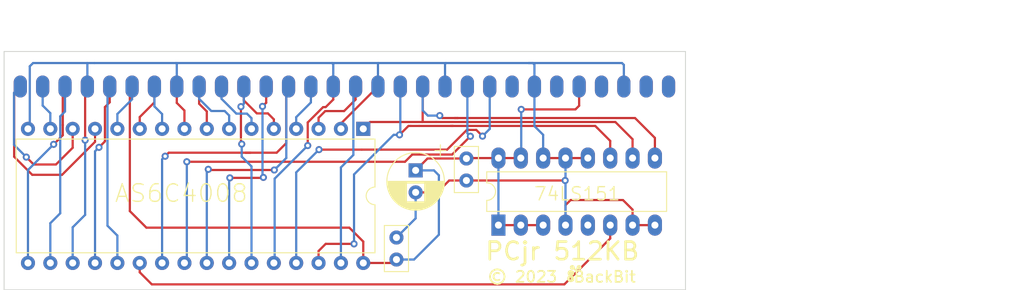
<source format=kicad_pcb>
(kicad_pcb (version 20211014) (generator pcbnew)
  (layers (0 "F.Cu" signal) (31 "B.Cu" signal) (34 "B.Paste" user) (35 "F.Paste" user) (36 "B.SilkS" user "B.Silkscreen") (37 "F.SilkS" user "F.Silkscreen") (38 "B.Mask" user) (39 "F.Mask" user) (44 "Edge.Cuts" user))
  (net 0 "")
  (net 1 "VCC")
  (net 2 "A5")
  (net 3 "A10")
  (net 4 "A4")
  (net 5 "A11")
  (net 6 "A3")
  (net 7 "A12")
  (net 8 "A8")
  (net 9 "A13")
  (net 10 "A14")
  (net 11 "A7")
  (net 12 "A9")
  (net 13 "A15")
  (net 14 "GND")
  (net 15 "D3")
  (net 16 "D1")
  (net 17 "D2")
  (net 18 "D5")
  (net 19 "D0")
  (net 20 "D6")
  (net 21 "D4")
  (net 22 "D7")
  (net 23 "A0")
  (net 24 "A1")
  (net 25 "A6")
  (net 26 "A2")
  (net 27 "WE")
  (net 28 "OE")
  (net 29 "CE")
  (net 30 "A16")
  (net 31 "A17")
  (net 32 "A18")
  (net 33 "A19")
  (footprint "Capacitor_THT:C_Disc_D5.0mm_W2.5mm_P2.50mm" (layer "F.Cu") (at 125.33 126.58 90)
    (fp_text reference "C1" hide)
    (fp_text value "0.1uF")
    (fp_line (start -1.37 -1.37) (end -1.37 1.37) (layer "F.SilkS") (width 0.12))
    (fp_line (start 3.87 -1.37) (end 3.87 1.37) (layer "F.SilkS") (width 0.12))
    (fp_line (start -1.37 1.37) (end 3.87 1.37) (layer "F.SilkS") (width 0.12))
    (fp_line (start -1.37 -1.37) (end 3.87 -1.37) (layer "F.SilkS") (width 0.12))
    (pad "1" thru_hole circle locked (at 0 0 90) (size 1.6 1.6) (drill 0.8) (layers *.Cu *.Mask) (net 1 "VCC"))
    (pad "2" thru_hole circle locked (at 2.5 0 90) (size 1.6 1.6) (drill 0.8) (layers *.Cu *.Mask) (net 14 "GND"))
  )
  (footprint "Capacitor_THT:C_Disc_D5.0mm_W2.5mm_P2.50mm" (layer "F.Cu") (at 133.28 115.1 -90)
    (fp_text reference "C2" hide)
    (fp_text value "0.1uF")
    (fp_line (start -1.37 1.37) (end 3.87 1.37) (layer "F.SilkS") (width 0.12))
    (fp_line (start 3.87 -1.37) (end 3.87 1.37) (layer "F.SilkS") (width 0.12))
    (fp_line (start -1.37 -1.37) (end -1.37 1.37) (layer "F.SilkS") (width 0.12))
    (fp_line (start -1.37 -1.37) (end 3.87 -1.37) (layer "F.SilkS") (width 0.12))
    (pad "1" thru_hole circle locked (at 0 0 270) (size 1.6 1.6) (drill 0.8) (layers *.Cu *.Mask) (net 1 "VCC"))
    (pad "2" thru_hole circle locked (at 2.5 0 270) (size 1.6 1.6) (drill 0.8) (layers *.Cu *.Mask) (net 14 "GND"))
  )
  (footprint "Capacitor_THT:CP_Radial_D6.3mm_P2.50mm" (layer "F.Cu") (at 127.51 116.45 -90)
    (fp_text reference "C3" hide)
    (fp_text value "10uF")
    (fp_line (start 1.93 1.04) (end 1.93 3.159) (layer "F.SilkS") (width 0.12))
    (fp_line (start 3.331 -2.484) (end 3.331 -1.04) (layer "F.SilkS") (width 0.12))
    (fp_line (start 3.651 -2.182) (end 3.651 2.182) (layer "F.SilkS") (width 0.12))
    (fp_line (start 2.171 1.04) (end 2.171 3.098) (layer "F.SilkS") (width 0.12))
    (fp_line (start 2.131 1.04) (end 2.131 3.11) (layer "F.SilkS") (width 0.12))
    (fp_line (start 2.211 -3.086) (end 2.211 -1.04) (layer "F.SilkS") (width 0.12))
    (fp_line (start 4.251 -1.262) (end 4.251 1.262) (layer "F.SilkS") (width 0.12))
    (fp_line (start 3.891 -1.89) (end 3.891 1.89) (layer "F.SilkS") (width 0.12))
    (fp_line (start 2.651 -2.916) (end 2.651 -1.04) (layer "F.SilkS") (width 0.12))
    (fp_line (start 4.091 -1.581) (end 4.091 1.581) (layer "F.SilkS") (width 0.12))
    (fp_line (start 1.69 1.04) (end 1.69 3.201) (layer "F.SilkS") (width 0.12))
    (fp_line (start 1.73 -3.195) (end 1.73 -1.04) (layer "F.SilkS") (width 0.12))
    (fp_line (start -2.91 -2.81) (end -1.54 -2.81) (layer "F.SilkS") (width 0.12))
    (fp_line (start 2.971 1.04) (end 2.971 2.742) (layer "F.SilkS") (width 0.12))
    (fp_line (start 3.331 1.04) (end 3.331 2.484) (layer "F.SilkS") (width 0.12))
    (fp_line (start 2.651 1.04) (end 2.651 2.916) (layer "F.SilkS") (width 0.12))
    (fp_line (start 3.171 -2.607) (end 3.171 -1.04) (layer "F.SilkS") (width 0.12))
    (fp_line (start 2.371 -3.033) (end 2.371 -1.04) (layer "F.SilkS") (width 0.12))
    (fp_line (start 3.371 1.04) (end 3.371 2.45) (layer "F.SilkS") (width 0.12))
    (fp_line (start 1.73 1.04) (end 1.73 3.195) (layer "F.SilkS") (width 0.12))
    (fp_line (start 1.53 -3.218) (end 1.53 -1.04) (layer "F.SilkS") (width 0.12))
    (fp_line (start 3.131 1.04) (end 3.131 2.636) (layer "F.SilkS") (width 0.12))
    (fp_line (start 2.571 1.04) (end 2.571 2.952) (layer "F.SilkS") (width 0.12))
    (fp_line (start 4.331 -1.059) (end 4.331 1.059) (layer "F.SilkS") (width 0.12))
    (fp_line (start 2.171 -3.098) (end 2.171 -1.04) (layer "F.SilkS") (width 0.12))
    (fp_line (start 3.611 -2.224) (end 3.611 2.224) (layer "F.SilkS") (width 0.12))
    (fp_line (start 2.411 1.04) (end 2.411 3.018) (layer "F.SilkS") (width 0.12))
    (fp_line (start 1.77 1.04) (end 1.77 3.189) (layer "F.SilkS") (width 0.12))
    (fp_line (start 2.491 1.04) (end 2.491 2.986) (layer "F.SilkS") (width 0.12))
    (fp_line (start 2.611 -2.934) (end 2.611 -1.04) (layer "F.SilkS") (width 0.12))
    (fp_line (start 2.011 -3.141) (end 2.011 -1.04) (layer "F.SilkS") (width 0.12))
    (fp_line (start 3.211 -2.578) (end 3.211 -1.04) (layer "F.SilkS") (width 0.12))
    (fp_line (start 4.131 -1.509) (end 4.131 1.509) (layer "F.SilkS") (width 0.12))
    (fp_line (start 2.331 1.04) (end 2.331 3.047) (layer "F.SilkS") (width 0.12))
    (fp_line (start -2.25 -3.44) (end -2.25 -2.19) (layer "F.SilkS") (width 0.12))
    (fp_line (start 4.291 -1.165) (end 4.291 1.165) (layer "F.SilkS") (width 0.12))
    (fp_line (start 2.371 1.04) (end 2.371 3.033) (layer "F.SilkS") (width 0.12))
    (fp_line (start 2.251 1.04) (end 2.251 3.074) (layer "F.SilkS") (width 0.12))
    (fp_line (start 1.85 1.04) (end 1.85 3.175) (layer "F.SilkS") (width 0.12))
    (fp_line (start 3.371 -2.45) (end 3.371 -1.04) (layer "F.SilkS") (width 0.12))
    (fp_line (start 3.491 -2.343) (end 3.491 -1.04) (layer "F.SilkS") (width 0.12))
    (fp_line (start 2.491 -2.986) (end 2.491 -1.04) (layer "F.SilkS") (width 0.12))
    (fp_line (start 3.571 -2.265) (end 3.571 2.265) (layer "F.SilkS") (width 0.12))
    (fp_line (start 1.89 -3.167) (end 1.89 -1.04) (layer "F.SilkS") (width 0.12))
    (fp_line (start 3.011 1.04) (end 3.011 2.716) (layer "F.SilkS") (width 0.12))
    (fp_line (start 2.051 1.04) (end 2.051 3.131) (layer "F.SilkS") (width 0.12))
    (fp_line (start 2.851 1.04) (end 2.851 2.812) (layer "F.SilkS") (width 0.12))
    (fp_line (start 4.451 -0.633) (end 4.451 0.633) (layer "F.SilkS") (width 0.12))
    (fp_line (start 3.291 -2.516) (end 3.291 -1.04) (layer "F.SilkS") (width 0.12))
    (fp_line (start 4.171 -1.432) (end 4.171 1.432) (layer "F.SilkS") (width 0.12))
    (fp_line (start 4.411 -0.802) (end 4.411 0.802) (layer "F.SilkS") (width 0.12))
    (fp_line (start 2.531 1.04) (end 2.531 2.97) (layer "F.SilkS") (width 0.12))
    (fp_line (start 2.211 1.04) (end 2.211 3.086) (layer "F.SilkS") (width 0.12))
    (fp_line (start 2.331 -3.047) (end 2.331 -1.04) (layer "F.SilkS") (width 0.12))
    (fp_line (start 2.691 1.04) (end 2.691 2.896) (layer "F.SilkS") (width 0.12))
    (fp_line (start 3.691 -2.137) (end 3.691 2.137) (layer "F.SilkS") (width 0.12))
    (fp_line (start 1.971 -3.15) (end 1.971 -1.04) (layer "F.SilkS") (width 0.12))
    (fp_line (start 4.051 -1.65) (end 4.051 1.65) (layer "F.SilkS") (width 0.12))
    (fp_line (start 2.091 1.04) (end 2.091 3.121) (layer "F.SilkS") (width 0.12))
    (fp_line (start 2.251 -3.074) (end 2.251 -1.04) (layer "F.SilkS") (width 0.12))
    (fp_line (start 2.891 1.04) (end 2.891 2.79) (layer "F.SilkS") (width 0.12))
    (fp_line (start 4.371 -0.94) (end 4.371 0.94) (layer "F.SilkS") (width 0.12))
    (fp_line (start 2.451 1.04) (end 2.451 3.002) (layer "F.SilkS") (width 0.12))
    (fp_line (start 2.091 -3.121) (end 2.091 -1.04) (layer "F.SilkS") (width 0.12))
    (fp_line (start 2.051 -3.131) (end 2.051 -1.04) (layer "F.SilkS") (width 0.12))
    (fp_line (start 2.611 1.04) (end 2.611 2.934) (layer "F.SilkS") (width 0.12))
    (fp_line (start 3.531 -2.305) (end 3.531 -1.04) (layer "F.SilkS") (width 0.12))
    (fp_line (start 1.93 -3.159) (end 1.93 -1.04) (layer "F.SilkS") (width 0.12))
    (fp_line (start 1.41 -3.227) (end 1.41 3.227) (layer "F.SilkS") (width 0.12))
    (fp_line (start 1.81 1.04) (end 1.81 3.182) (layer "F.SilkS") (width 0.12))
    (fp_line (start 2.771 -2.856) (end 2.771 -1.04) (layer "F.SilkS") (width 0.12))
    (fp_line (start 4.491 -0.402) (end 4.491 0.402) (layer "F.SilkS") (width 0.12))
    (fp_line (start 1.49 -3.222) (end 1.49 -1.04) (layer "F.SilkS") (width 0.12))
    (fp_line (start 2.291 -3.061) (end 2.291 -1.04) (layer "F.SilkS") (width 0.12))
    (fp_line (start 3.171 1.04) (end 3.171 2.607) (layer "F.SilkS") (width 0.12))
    (fp_line (start 1.85 -3.175) (end 1.85 -1.04) (layer "F.SilkS") (width 0.12))
    (fp_line (start 1.69 -3.201) (end 1.69 -1.04) (layer "F.SilkS") (width 0.12))
    (fp_line (start 3.411 -2.416) (end 3.411 -1.04) (layer "F.SilkS") (width 0.12))
    (fp_line (start 2.971 -2.742) (end 2.971 -1.04) (layer "F.SilkS") (width 0.12))
    (fp_line (start 1.77 -3.189) (end 1.77 -1.04) (layer "F.SilkS") (width 0.12))
    (fp_line (start 3.451 1.04) (end 3.451 2.38) (layer "F.SilkS") (width 0.12))
    (fp_line (start 3.411 1.04) (end 3.411 2.416) (layer "F.SilkS") (width 0.12))
    (fp_line (start 1.65 -3.206) (end 1.65 -1.04) (layer "F.SilkS") (width 0.12))
    (fp_line (start 3.131 -2.636) (end 3.131 -1.04) (layer "F.SilkS") (width 0.12))
    (fp_line (start 1.25 -3.23) (end 1.25 3.23) (layer "F.SilkS") (width 0.12))
    (fp_line (start 3.091 -2.664) (end 3.091 -1.04) (layer "F.SilkS") (width 0.12))
    (fp_line (start 2.411 -3.018) (end 2.411 -1.04) (layer "F.SilkS") (width 0.12))
    (fp_line (start 1.57 1.04) (end 1.57 3.215) (layer "F.SilkS") (width 0.12))
    (fp_line (start 3.251 1.04) (end 3.251 2.548) (layer "F.SilkS") (width 0.12))
    (fp_line (start 1.29 -3.23) (end 1.29 3.23) (layer "F.SilkS") (width 0.12))
    (fp_line (start 3.811 -1.995) (end 3.811 1.995) (layer "F.SilkS") (width 0.12))
    (fp_line (start 3.731 -2.092) (end 3.731 2.092) (layer "F.SilkS") (width 0.12))
    (fp_line (start 3.051 -2.69) (end 3.051 -1.04) (layer "F.SilkS") (width 0.12))
    (fp_line (start 3.291 1.04) (end 3.291 2.516) (layer "F.SilkS") (width 0.12))
    (fp_line (start 3.211 1.04) (end 3.211 2.578) (layer "F.SilkS") (width 0.12))
    (fp_line (start 2.771 1.04) (end 2.771 2.856) (layer "F.SilkS") (width 0.12))
    (fp_line (start 3.971 -1.776) (end 3.971 1.776) (layer "F.SilkS") (width 0.12))
    (fp_line (start 2.531 -2.97) (end 2.531 -1.04) (layer "F.SilkS") (width 0.12))
    (fp_line (start 3.051 1.04) (end 3.051 2.69) (layer "F.SilkS") (width 0.12))
    (fp_line (start 1.65 1.04) (end 1.65 3.206) (layer "F.SilkS") (width 0.12))
    (fp_line (start 4.211 -1.35) (end 4.211 1.35) (layer "F.SilkS") (width 0.12))
    (fp_line (start 3.251 -2.548) (end 3.251 -1.04) (layer "F.SilkS") (width 0.12))
    (fp_line (start 2.571 -2.952) (end 2.571 -1.04) (layer "F.SilkS") (width 0.12))
    (fp_line (start 1.81 -3.182) (end 1.81 -1.04) (layer "F.SilkS") (width 0.12))
    (fp_line (start 2.931 1.04) (end 2.931 2.766) (layer "F.SilkS") (width 0.12))
    (fp_line (start 1.53 1.04) (end 1.53 3.218) (layer "F.SilkS") (width 0.12))
    (fp_line (start 3.011 -2.716) (end 3.011 -1.04) (layer "F.SilkS") (width 0.12))
    (fp_line (start 1.37 -3.228) (end 1.37 3.228) (layer "F.SilkS") (width 0.12))
    (fp_line (start 2.811 1.04) (end 2.811 2.834) (layer "F.SilkS") (width 0.12))
    (fp_line (start 3.771 -2.044) (end 3.771 2.044) (layer "F.SilkS") (width 0.12))
    (fp_line (start 2.931 -2.766) (end 2.931 -1.04) (layer "F.SilkS") (width 0.12))
    (fp_line (start 3.451 -2.38) (end 3.451 -1.04) (layer "F.SilkS") (width 0.12))
    (fp_line (start 2.731 -2.876) (end 2.731 -1.04) (layer "F.SilkS") (width 0.12))
    (fp_line (start 1.45 -3.224) (end 1.45 3.224) (layer "F.SilkS") (width 0.12))
    (fp_line (start 1.33 -3.23) (end 1.33 3.23) (layer "F.SilkS") (width 0.12))
    (fp_line (start 1.971 1.04) (end 1.971 3.15) (layer "F.SilkS") (width 0.12))
    (fp_line (start 3.851 -1.944) (end 3.851 1.944) (layer "F.SilkS") (width 0.12))
    (fp_line (start 3.091 1.04) (end 3.091 2.664) (layer "F.SilkS") (width 0.12))
    (fp_line (start 1.61 1.04) (end 1.61 3.211) (layer "F.SilkS") (width 0.12))
    (fp_line (start 1.57 -3.215) (end 1.57 -1.04) (layer "F.SilkS") (width 0.12))
    (fp_line (start 2.811 -2.834) (end 2.811 -1.04) (layer "F.SilkS") (width 0.12))
    (fp_line (start 1.89 1.04) (end 1.89 3.167) (layer "F.SilkS") (width 0.12))
    (fp_line (start 2.011 1.04) (end 2.011 3.141) (layer "F.SilkS") (width 0.12))
    (fp_line (start 2.291 1.04) (end 2.291 3.061) (layer "F.SilkS") (width 0.12))
    (fp_line (start 2.731 1.04) (end 2.731 2.876) (layer "F.SilkS") (width 0.12))
    (fp_line (start 3.531 1.04) (end 3.531 2.305) (layer "F.SilkS") (width 0.12))
    (fp_line (start 2.891 -2.79) (end 2.891 -1.04) (layer "F.SilkS") (width 0.12))
    (fp_line (start 4.011 -1.714) (end 4.011 1.714) (layer "F.SilkS") (width 0.12))
    (fp_line (start 3.491 1.04) (end 3.491 2.343) (layer "F.SilkS") (width 0.12))
    (fp_line (start 2.131 -3.11) (end 2.131 -1.04) (layer "F.SilkS") (width 0.12))
    (fp_line (start 2.691 -2.896) (end 2.691 -1.04) (layer "F.SilkS") (width 0.12))
    (fp_line (start 2.851 -2.812) (end 2.851 -1.04) (layer "F.SilkS") (width 0.12))
    (fp_line (start 3.931 -1.834) (end 3.931 1.834) (layer "F.SilkS") (width 0.12))
    (fp_line (start 1.61 -3.211) (end 1.61 -1.04) (layer "F.SilkS") (width 0.12))
    (fp_line (start 2.451 -3.002) (end 2.451 -1.04) (layer "F.SilkS") (width 0.12))
    (fp_line (start 1.49 1.04) (end 1.49 3.222) (layer "F.SilkS") (width 0.12))
    (fp_circle (center 1.25 0) (end 4.52 0) (layer "F.SilkS") (width 0.12) (fill none))
    (pad "1" thru_hole rect locked (at 0 0 270) (size 1.6 1.6) (drill 0.8) (layers *.Cu *.Mask) (net 1 "VCC"))
    (pad "2" thru_hole circle locked (at 2.5 0 270) (size 1.6 1.6) (drill 0.8) (layers *.Cu *.Mask) (net 14 "GND"))
  )
  (footprint "Package_DIP:DIP-32_W15.24mm" (layer "F.Cu") (at 121.56 111.73 -90)
    (fp_text reference "U1" hide)
    (fp_text value "AS6C4008-55PCN")
    (fp_line (start 14.08 -1.33) (end 8.62 -1.33) (layer "F.SilkS") (width 0.12))
    (fp_line (start 14.08 39.43) (end 14.08 -1.33) (layer "F.SilkS") (width 0.12))
    (fp_line (start 1.16 -1.33) (end 1.16 39.43) (layer "F.SilkS") (width 0.12))
    (fp_line (start 6.62 -1.33) (end 1.16 -1.33) (layer "F.SilkS") (width 0.12))
    (fp_line (start 1.16 39.43) (end 14.08 39.43) (layer "F.SilkS") (width 0.12))
    (fp_arc (start 8.62 -1.33) (mid 7.62 -0.33) (end 6.62 -1.33) (layer "F.SilkS") (width 0.12))
    (pad "1" thru_hole rect locked (at 0 0 270) (size 1.6 1.6) (drill 0.8) (layers *.Cu *.Mask) (net 32 "A18"))
    (pad "2" thru_hole oval locked (at 0 2.54 270) (size 1.6 1.6) (drill 0.8) (layers *.Cu *.Mask) (net 30 "A16"))
    (pad "3" thru_hole oval locked (at 0 5.08 270) (size 1.6 1.6) (drill 0.8) (layers *.Cu *.Mask) (net 10 "A14"))
    (pad "4" thru_hole oval locked (at 0 7.62 270) (size 1.6 1.6) (drill 0.8) (layers *.Cu *.Mask) (net 7 "A12"))
    (pad "5" thru_hole oval locked (at 0 10.16 270) (size 1.6 1.6) (drill 0.8) (layers *.Cu *.Mask) (net 11 "A7"))
    (pad "6" thru_hole oval locked (at 0 12.7 270) (size 1.6 1.6) (drill 0.8) (layers *.Cu *.Mask) (net 25 "A6"))
    (pad "7" thru_hole oval locked (at 0 15.24 270) (size 1.6 1.6) (drill 0.8) (layers *.Cu *.Mask) (net 2 "A5"))
    (pad "8" thru_hole oval locked (at 0 17.78 270) (size 1.6 1.6) (drill 0.8) (layers *.Cu *.Mask) (net 4 "A4"))
    (pad "9" thru_hole oval locked (at 0 20.32 270) (size 1.6 1.6) (drill 0.8) (layers *.Cu *.Mask) (net 6 "A3"))
    (pad "10" thru_hole oval locked (at 0 22.86 270) (size 1.6 1.6) (drill 0.8) (layers *.Cu *.Mask) (net 26 "A2"))
    (pad "11" thru_hole oval locked (at 0 25.4 270) (size 1.6 1.6) (drill 0.8) (layers *.Cu *.Mask) (net 24 "A1"))
    (pad "12" thru_hole oval locked (at 0 27.94 270) (size 1.6 1.6) (drill 0.8) (layers *.Cu *.Mask) (net 23 "A0"))
    (pad "13" thru_hole oval locked (at 0 30.48 270) (size 1.6 1.6) (drill 0.8) (layers *.Cu *.Mask) (net 19 "D0"))
    (pad "14" thru_hole oval locked (at 0 33.02 270) (size 1.6 1.6) (drill 0.8) (layers *.Cu *.Mask) (net 16 "D1"))
    (pad "15" thru_hole oval locked (at 0 35.56 270) (size 1.6 1.6) (drill 0.8) (layers *.Cu *.Mask) (net 17 "D2"))
    (pad "16" thru_hole oval locked (at 0 38.1 270) (size 1.6 1.6) (drill 0.8) (layers *.Cu *.Mask) (net 14 "GND"))
    (pad "17" thru_hole oval locked (at 15.24 38.1 270) (size 1.6 1.6) (drill 0.8) (layers *.Cu *.Mask) (net 15 "D3"))
    (pad "18" thru_hole oval locked (at 15.24 35.56 270) (size 1.6 1.6) (drill 0.8) (layers *.Cu *.Mask) (net 21 "D4"))
    (pad "19" thru_hole oval locked (at 15.24 33.02 270) (size 1.6 1.6) (drill 0.8) (layers *.Cu *.Mask) (net 18 "D5"))
    (pad "20" thru_hole oval locked (at 15.24 30.48 270) (size 1.6 1.6) (drill 0.8) (layers *.Cu *.Mask) (net 20 "D6"))
    (pad "21" thru_hole oval locked (at 15.24 27.94 270) (size 1.6 1.6) (drill 0.8) (layers *.Cu *.Mask) (net 22 "D7"))
    (pad "22" thru_hole oval locked (at 15.24 25.4 270) (size 1.6 1.6) (drill 0.8) (layers *.Cu *.Mask) (net 29 "CE"))
    (pad "23" thru_hole oval locked (at 15.24 22.86 270) (size 1.6 1.6) (drill 0.8) (layers *.Cu *.Mask) (net 3 "A10"))
    (pad "24" thru_hole oval locked (at 15.24 20.32 270) (size 1.6 1.6) (drill 0.8) (layers *.Cu *.Mask) (net 28 "OE"))
    (pad "25" thru_hole oval locked (at 15.24 17.78 270) (size 1.6 1.6) (drill 0.8) (layers *.Cu *.Mask) (net 5 "A11"))
    (pad "26" thru_hole oval locked (at 15.24 15.24 270) (size 1.6 1.6) (drill 0.8) (layers *.Cu *.Mask) (net 12 "A9"))
    (pad "27" thru_hole oval locked (at 15.24 12.7 270) (size 1.6 1.6) (drill 0.8) (layers *.Cu *.Mask) (net 8 "A8"))
    (pad "28" thru_hole oval locked (at 15.24 10.16 270) (size 1.6 1.6) (drill 0.8) (layers *.Cu *.Mask) (net 9 "A13"))
    (pad "29" thru_hole oval locked (at 15.24 7.62 270) (size 1.6 1.6) (drill 0.8) (layers *.Cu *.Mask) (net 27 "WE"))
    (pad "30" thru_hole oval locked (at 15.24 5.08 270) (size 1.6 1.6) (drill 0.8) (layers *.Cu *.Mask) (net 31 "A17"))
    (pad "31" thru_hole oval locked (at 15.24 2.54 270) (size 1.6 1.6) (drill 0.8) (layers *.Cu *.Mask) (net 13 "A15"))
    (pad "32" thru_hole oval locked (at 15.24 0 270) (size 1.6 1.6) (drill 0.8) (layers *.Cu *.Mask) (net 1 "VCC"))
  )
  (footprint "Package_DIP:DIP-16_W7.62mm_LongPads" (layer "F.Cu") (at 136.92 122.67 90)
    (fp_text reference "U2" hide)
    (fp_text value "74LS151")
    (fp_line (start 2.81 -1.33) (end 1.56 -1.33) (layer "F.SilkS") (width 0.12))
    (fp_line (start 6.06 -1.33) (end 4.81 -1.33) (layer "F.SilkS") (width 0.12))
    (fp_line (start 1.56 19.11) (end 6.06 19.11) (layer "F.SilkS") (width 0.12))
    (fp_line (start 6.06 19.11) (end 6.06 -1.33) (layer "F.SilkS") (width 0.12))
    (fp_line (start 1.56 -1.33) (end 1.56 19.11) (layer "F.SilkS") (width 0.12))
    (fp_arc (start 4.81 -1.33) (mid 3.81 -0.33) (end 2.81 -1.33) (layer "F.SilkS") (width 0.12))
    (pad "1" thru_hole rect locked (at 0 0 90) (size 2.4 1.6) (drill 0.8) (layers *.Cu *.Mask) (net 1 "VCC"))
    (pad "2" thru_hole oval locked (at 0 2.54 90) (size 2.4 1.6) (drill 0.8) (layers *.Cu *.Mask) (net 1 "VCC"))
    (pad "3" thru_hole oval locked (at 0 5.08 90) (size 2.4 1.6) (drill 0.8) (layers *.Cu *.Mask) (net 1 "VCC"))
    (pad "4" thru_hole oval locked (at 0 7.62 90) (size 2.4 1.6) (drill 0.8) (layers *.Cu *.Mask) (net 14 "GND"))
    (pad "5" thru_hole oval locked (at 0 10.16 90) (size 2.4 1.6) (drill 0.8) (layers *.Cu *.Mask))
    (pad "6" thru_hole oval locked (at 0 12.7 90) (size 2.4 1.6) (drill 0.8) (layers *.Cu *.Mask) (net 29 "CE"))
    (pad "7" thru_hole oval locked (at 0 15.24 90) (size 2.4 1.6) (drill 0.8) (layers *.Cu *.Mask) (net 14 "GND"))
    (pad "8" thru_hole oval locked (at 0 17.78 90) (size 2.4 1.6) (drill 0.8) (layers *.Cu *.Mask) (net 14 "GND"))
    (pad "9" thru_hole oval locked (at 7.62 17.78 90) (size 2.4 1.6) (drill 0.8) (layers *.Cu *.Mask) (net 33 "A19"))
    (pad "10" thru_hole oval locked (at 7.62 15.24 90) (size 2.4 1.6) (drill 0.8) (layers *.Cu *.Mask) (net 32 "A18"))
    (pad "11" thru_hole oval locked (at 7.62 12.7 90) (size 2.4 1.6) (drill 0.8) (layers *.Cu *.Mask) (net 31 "A17"))
    (pad "12" thru_hole oval locked (at 7.62 10.16 90) (size 2.4 1.6) (drill 0.8) (layers *.Cu *.Mask) (net 14 "GND"))
    (pad "13" thru_hole oval locked (at 7.62 7.62 90) (size 2.4 1.6) (drill 0.8) (layers *.Cu *.Mask) (net 14 "GND"))
    (pad "14" thru_hole oval locked (at 7.62 5.08 90) (size 2.4 1.6) (drill 0.8) (layers *.Cu *.Mask) (net 14 "GND"))
    (pad "15" thru_hole oval locked (at 7.62 2.54 90) (size 2.4 1.6) (drill 0.8) (layers *.Cu *.Mask) (net 1 "VCC"))
    (pad "16" thru_hole oval locked (at 7.62 0 90) (size 2.4 1.6) (drill 0.8) (layers *.Cu *.Mask) (net 1 "VCC"))
  )
  (footprint "Symbols:edge_pins_60" (layer "F.Cu") (at 119.37 106.92 -90)
    (fp_text reference "J1" hide)
    (fp_text value "Conn_02x30_Row_Letter_First")
    (pad "1" smd roundrect locked (at 0 36.78 90) (size 2.5 1.5) (layers "F.Cu" "F.Paste" "F.Mask") (roundrect_rratio 0.5) (net 19 "D0"))
    (pad "2" smd roundrect locked (at 0 36.78 90) (size 2.5 1.5) (layers "B.Cu" "B.Paste" "B.Mask") (roundrect_rratio 0.5) (net 16 "D1"))
    (pad "3" smd roundrect locked (at 0 34.24 90) (size 2.5 1.5) (layers "F.Cu" "F.Paste" "F.Mask") (roundrect_rratio 0.5))
    (pad "4" smd roundrect locked (at 0 34.24 90) (size 2.5 1.5) (layers "B.Cu" "B.Paste" "B.Mask") (roundrect_rratio 0.5) (net 17 "D2"))
    (pad "5" smd roundrect locked (at 0 31.7 90) (size 2.5 1.5) (layers "F.Cu" "F.Paste" "F.Mask") (roundrect_rratio 0.5) (net 15 "D3"))
    (pad "6" smd roundrect locked (at 0 31.7 90) (size 2.5 1.5) (layers "B.Cu" "B.Paste" "B.Mask") (roundrect_rratio 0.5) (net 21 "D4"))
    (pad "7" smd roundrect locked (at 0 29.16 90) (size 2.5 1.5) (layers "F.Cu" "F.Paste" "F.Mask") (roundrect_rratio 0.5) (net 18 "D5"))
    (pad "8" smd roundrect locked (at 0 29.16 90) (size 2.5 1.5) (layers "B.Cu" "B.Paste" "B.Mask") (roundrect_rratio 0.5) (net 14 "GND"))
    (pad "9" smd roundrect locked (at 0 26.62 90) (size 2.5 1.5) (layers "F.Cu" "F.Paste" "F.Mask") (roundrect_rratio 0.5) (net 20 "D6"))
    (pad "10" smd roundrect locked (at 0 26.62 90) (size 2.5 1.5) (layers "B.Cu" "B.Paste" "B.Mask") (roundrect_rratio 0.5) (net 22 "D7"))
    (pad "11" smd roundrect locked (at 0 24.08 90) (size 2.5 1.5) (layers "F.Cu" "F.Paste" "F.Mask") (roundrect_rratio 0.5) (net 1 "VCC"))
    (pad "12" smd roundrect locked (at 0 24.08 90) (size 2.5 1.5) (layers "B.Cu" "B.Paste" "B.Mask") (roundrect_rratio 0.5) (net 23 "A0"))
    (pad "13" smd roundrect locked (at 0 21.54 90) (size 2.5 1.5) (layers "F.Cu" "F.Paste" "F.Mask") (roundrect_rratio 0.5) (net 24 "A1"))
    (pad "14" smd roundrect locked (at 0 21.54 90) (size 2.5 1.5) (layers "B.Cu" "B.Paste" "B.Mask") (roundrect_rratio 0.5) (net 26 "A2"))
    (pad "15" smd roundrect locked (at 0 19 90) (size 2.5 1.5) (layers "F.Cu" "F.Paste" "F.Mask") (roundrect_rratio 0.5) (net 6 "A3"))
    (pad "16" smd roundrect locked (at 0 19 90) (size 2.5 1.5) (layers "B.Cu" "B.Paste" "B.Mask") (roundrect_rratio 0.5) (net 14 "GND"))
    (pad "17" smd roundrect locked (at 0 16.46 90) (size 2.5 1.5) (layers "F.Cu" "F.Paste" "F.Mask") (roundrect_rratio 0.5) (net 4 "A4"))
    (pad "18" smd roundrect locked (at 0 16.46 90) (size 2.5 1.5) (layers "B.Cu" "B.Paste" "B.Mask") (roundrect_rratio 0.5) (net 2 "A5"))
    (pad "19" smd roundrect locked (at 0 13.92 90) (size 2.5 1.5) (layers "F.Cu" "F.Paste" "F.Mask") (roundrect_rratio 0.5))
    (pad "20" smd roundrect locked (at 0 13.92 90) (size 2.5 1.5) (layers "B.Cu" "B.Paste" "B.Mask") (roundrect_rratio 0.5) (net 25 "A6"))
    (pad "21" smd roundrect locked (at 0 11.38 90) (size 2.5 1.5) (layers "F.Cu" "F.Paste" "F.Mask") (roundrect_rratio 0.5) (net 11 "A7"))
    (pad "22" smd roundrect locked (at 0 11.38 90) (size 2.5 1.5) (layers "B.Cu" "B.Paste" "B.Mask") (roundrect_rratio 0.5) (net 8 "A8"))
    (pad "23" smd roundrect locked (at 0 8.84 90) (size 2.5 1.5) (layers "F.Cu" "F.Paste" "F.Mask") (roundrect_rratio 0.5) (net 12 "A9"))
    (pad "24" smd roundrect locked (at 0 8.84 90) (size 2.5 1.5) (layers "B.Cu" "B.Paste" "B.Mask") (roundrect_rratio 0.5))
    (pad "25" smd roundrect locked (at 0 6.3 90) (size 2.5 1.5) (layers "F.Cu" "F.Paste" "F.Mask") (roundrect_rratio 0.5) (net 3 "A10"))
    (pad "26" smd roundrect locked (at 0 6.3 90) (size 2.5 1.5) (layers "B.Cu" "B.Paste" "B.Mask") (roundrect_rratio 0.5) (net 5 "A11"))
    (pad "27" smd roundrect locked (at 0 3.76 90) (size 2.5 1.5) (layers "F.Cu" "F.Paste" "F.Mask") (roundrect_rratio 0.5))
    (pad "28" smd roundrect locked (at 0 3.76 90) (size 2.5 1.5) (layers "B.Cu" "B.Paste" "B.Mask") (roundrect_rratio 0.5) (net 7 "A12"))
    (pad "29" smd roundrect locked (at 0 1.22 90) (size 2.5 1.5) (layers "F.Cu" "F.Paste" "F.Mask") (roundrect_rratio 0.5) (net 9 "A13"))
    (pad "30" smd roundrect locked (at 0 1.22 90) (size 2.5 1.5) (layers "B.Cu" "B.Paste" "B.Mask") (roundrect_rratio 0.5) (net 14 "GND"))
    (pad "31" smd roundrect locked (at 0 -1.32 90) (size 2.5 1.5) (layers "F.Cu" "F.Paste" "F.Mask") (roundrect_rratio 0.5) (net 10 "A14"))
    (pad "32" smd roundrect locked (at 0 -1.32 90) (size 2.5 1.5) (layers "B.Cu" "B.Paste" "B.Mask") (roundrect_rratio 0.5) (net 13 "A15"))
    (pad "33" smd roundrect locked (at 0 -3.86 90) (size 2.5 1.5) (layers "F.Cu" "F.Paste" "F.Mask") (roundrect_rratio 0.5) (net 30 "A16"))
    (pad "34" smd roundrect locked (at 0 -3.86 90) (size 2.5 1.5) (layers "B.Cu" "B.Paste" "B.Mask") (roundrect_rratio 0.5) (net 14 "GND"))
    (pad "35" smd roundrect locked (at 0 -6.4 90) (size 2.5 1.5) (layers "F.Cu" "F.Paste" "F.Mask") (roundrect_rratio 0.5))
    (pad "36" smd roundrect locked (at 0 -6.4 90) (size 2.5 1.5) (layers "B.Cu" "B.Paste" "B.Mask") (roundrect_rratio 0.5) (net 31 "A17"))
    (pad "37" smd roundrect locked (at 0 -8.94 90) (size 2.5 1.5) (layers "F.Cu" "F.Paste" "F.Mask") (roundrect_rratio 0.5) (net 32 "A18"))
    (pad "38" smd roundrect locked (at 0 -8.94 90) (size 2.5 1.5) (layers "B.Cu" "B.Paste" "B.Mask") (roundrect_rratio 0.5) (net 33 "A19"))
    (pad "39" smd roundrect locked (at 0 -11.48 90) (size 2.5 1.5) (layers "F.Cu" "F.Paste" "F.Mask") (roundrect_rratio 0.5))
    (pad "40" smd roundrect locked (at 0 -11.48 90) (size 2.5 1.5) (layers "B.Cu" "B.Paste" "B.Mask") (roundrect_rratio 0.5) (net 14 "GND"))
    (pad "41" smd roundrect locked (at 0 -14.02 90) (size 2.5 1.5) (layers "F.Cu" "F.Paste" "F.Mask") (roundrect_rratio 0.5))
    (pad "42" smd roundrect locked (at 0 -14.02 90) (size 2.5 1.5) (layers "B.Cu" "B.Paste" "B.Mask") (roundrect_rratio 0.5) (net 28 "OE"))
    (pad "43" smd roundrect locked (at 0 -16.56 90) (size 2.5 1.5) (layers "F.Cu" "F.Paste" "F.Mask") (roundrect_rratio 0.5))
    (pad "44" smd roundrect locked (at 0 -16.56 90) (size 2.5 1.5) (layers "B.Cu" "B.Paste" "B.Mask") (roundrect_rratio 0.5) (net 27 "WE"))
    (pad "45" smd roundrect locked (at 0 -19.1 90) (size 2.5 1.5) (layers "F.Cu" "F.Paste" "F.Mask") (roundrect_rratio 0.5))
    (pad "46" smd roundrect locked (at 0 -19.1 90) (size 2.5 1.5) (layers "B.Cu" "B.Paste" "B.Mask") (roundrect_rratio 0.5))
    (pad "47" smd roundrect locked (at 0 -21.64 90) (size 2.5 1.5) (layers "F.Cu" "F.Paste" "F.Mask") (roundrect_rratio 0.5))
    (pad "48" smd roundrect locked (at 0 -21.64 90) (size 2.5 1.5) (layers "B.Cu" "B.Paste" "B.Mask") (roundrect_rratio 0.5) (net 14 "GND"))
    (pad "49" smd roundrect locked (at 0 -24.18 90) (size 2.5 1.5) (layers "F.Cu" "F.Paste" "F.Mask") (roundrect_rratio 0.5))
    (pad "50" smd roundrect locked (at 0 -24.18 90) (size 2.5 1.5) (layers "B.Cu" "B.Paste" "B.Mask") (roundrect_rratio 0.5))
    (pad "51" smd roundrect locked (at 0 -26.72 90) (size 2.5 1.5) (layers "F.Cu" "F.Paste" "F.Mask") (roundrect_rratio 0.5) (net 1 "VCC"))
    (pad "52" smd roundrect locked (at 0 -26.72 90) (size 2.5 1.5) (layers "B.Cu" "B.Paste" "B.Mask") (roundrect_rratio 0.5))
    (pad "53" smd roundrect locked (at 0 -29.26 90) (size 2.5 1.5) (layers "F.Cu" "F.Paste" "F.Mask") (roundrect_rratio 0.5))
    (pad "54" smd roundrect locked (at 0 -29.26 90) (size 2.5 1.5) (layers "B.Cu" "B.Paste" "B.Mask") (roundrect_rratio 0.5))
    (pad "55" smd roundrect locked (at 0 -31.8 90) (size 2.5 1.5) (layers "F.Cu" "F.Paste" "F.Mask") (roundrect_rratio 0.5))
    (pad "56" smd roundrect locked (at 0 -31.8 90) (size 2.5 1.5) (layers "B.Cu" "B.Paste" "B.Mask") (roundrect_rratio 0.5) (net 14 "GND"))
    (pad "57" smd roundrect locked (at 0 -34.34 90) (size 2.5 1.5) (layers "F.Cu" "F.Paste" "F.Mask") (roundrect_rratio 0.5))
    (pad "58" smd roundrect locked (at 0 -34.34 90) (size 2.5 1.5) (layers "B.Cu" "B.Paste" "B.Mask") (roundrect_rratio 0.5))
    (pad "59" smd roundrect locked (at 0 -36.88 90) (size 2.5 1.5) (layers "F.Cu" "F.Paste" "F.Mask") (roundrect_rratio 0.5))
    (pad "60" smd roundrect locked (at 0 -36.88 90) (size 2.5 1.5) (layers "B.Cu" "B.Paste" "B.Mask") (roundrect_rratio 0.5))
  )
  (gr_circle (center 145.131 128.126) (end 145.081 128.126) (layer "F.SilkS") (width 0.3) (fill none))
  (gr_circle (center 146.081 127.476) (end 146.006 127.476) (layer "F.SilkS") (width 0.2) (fill none))
  (gr_circle (center 145.306 127.476) (end 145.231 127.476) (layer "F.SilkS") (width 0.2) (fill none))
  (gr_arc (start 145.781 127.751) (mid 145.865159 127.583491) (end 146.038286 127.511592) (layer "F.SilkS") (width 0.15))
  (gr_poly (pts (xy 145.531 128.501) (xy 145.531 129.001) (xy 145.131 129.001) (xy 145.131 128.501)) (layer "F.SilkS") (width 0) (fill solid))
  (gr_poly (pts (xy 145.521 127.926) (xy 145.521 128.326) (xy 145.106 128.326) (xy 145.106 127.926)) (layer "F.SilkS") (width 0) (fill solid))
  (gr_arc (start 145.356228 127.504618) (mid 145.536224 127.571941) (end 145.606 127.751) (layer "F.SilkS") (width 0.15))
  (gr_circle (center 145.131 128.751) (end 145.031 128.776) (layer "F.SilkS") (width 0.3) (fill none))
  (gr_line (start 80.75 130.02) (end 158.17 130.02) (layer "Edge.Cuts") (width 0.1))
  (gr_line (start 80.75 102.94) (end 80.75 130.02) (layer "Edge.Cuts") (width 0.1))
  (gr_line (start 158.17 102.94) (end 158.17 130.02) (layer "Edge.Cuts") (width 0.1))
  (gr_line (start 158.17 102.94) (end 80.75 102.94) (layer "Edge.Cuts") (width 0.1))
  (gr_text "74LS151" (at 145.87 119.11) (layer "F.SilkS") (effects (font (size 1.5 1.5))))
  (gr_text "\n© 2023  BackBit" (at 144.11 127.54) (layer "F.SilkS") (effects (font (size 1.25 1.25) (thickness 0.2))))
  (gr_text "PCjr 512KB" (at 144.18 125.63) (layer "F.SilkS") (effects (font (size 2 2) (thickness 0.3))))
  (gr_text "AS6C4008" (at 100.88 119.05) (layer "F.SilkS") (effects (font (size 2 2))))
  (segment (start 128.86 115.1) (end 127.51 116.45) (width 0.25) (layer "F.Cu") (net 1))
  (segment (start 146.09 109.1) (end 145.67 109.52) (width 0.25) (layer "F.Cu") (net 1))
  (segment (start 146.09 106.92) (end 146.09 109.1) (width 0.25) (layer "F.Cu") (net 1))
  (segment (start 124.94 126.97) (end 125.33 126.58) (width 0.25) (layer "F.Cu") (net 1))
  (segment (start 136.92 122.67) (end 142 122.67) (width 0.25) (layer "F.Cu") (net 1))
  (segment (start 121.56 126.97) (end 121.56 124.54) (width 0.25) (layer "F.Cu") (net 1))
  (segment (start 121.56 124.54) (end 119.98 122.96) (width 0.25) (layer "F.Cu") (net 1))
  (segment (start 133.33 115.05) (end 133.28 115.1) (width 0.25) (layer "F.Cu") (net 1))
  (segment (start 119.98 122.96) (end 96.92 122.96) (width 0.25) (layer "F.Cu") (net 1))
  (segment (start 95.034999 121.074999) (end 95.034999 107.175001) (width 0.25) (layer "F.Cu") (net 1))
  (segment (start 121.56 126.97) (end 124.94 126.97) (width 0.25) (layer "F.Cu") (net 1))
  (segment (start 139.46 115.05) (end 133.33 115.05) (width 0.25) (layer "F.Cu") (net 1))
  (segment (start 145.67 109.52) (end 139.51 109.52) (width 0.25) (layer "F.Cu") (net 1))
  (segment (start 96.92 122.96) (end 95.034999 121.074999) (width 0.25) (layer "F.Cu") (net 1))
  (segment (start 133.28 115.1) (end 128.86 115.1) (width 0.25) (layer "F.Cu") (net 1))
  (segment (start 95.034999 107.175001) (end 95.29 106.92) (width 0.25) (layer "F.Cu") (net 1))
  (via (at 139.51 109.52) (size 0.8) (drill 0.4) (layers "F.Cu" "B.Cu") (net 1))
  (segment (start 125.33 126.58) (end 127.33 126.58) (width 0.25) (layer "B.Cu") (net 1))
  (segment (start 136.92 115.05) (end 136.92 122.67) (width 0.25) (layer "B.Cu") (net 1))
  (segment (start 127.51 116.45) (end 129.59 116.45) (width 0.25) (layer "B.Cu") (net 1))
  (segment (start 139.51 115) (end 139.46 115.05) (width 0.25) (layer "B.Cu") (net 1))
  (segment (start 130.15 123.76) (end 130.15 117.01) (width 0.25) (layer "B.Cu") (net 1))
  (segment (start 127.33 126.58) (end 130.15 123.76) (width 0.25) (layer "B.Cu") (net 1))
  (segment (start 139.51 109.52) (end 139.51 115) (width 0.25) (layer "B.Cu") (net 1))
  (segment (start 129.59 116.45) (end 130.15 117.01) (width 0.25) (layer "B.Cu") (net 1))
  (segment (start 104.29 109.7) (end 105.81 109.7) (width 0.25) (layer "B.Cu") (net 2))
  (segment (start 106.32 110.21) (end 106.32 111.73) (width 0.25) (layer "B.Cu") (net 2))
  (segment (start 105.81 109.7) (end 106.32 110.21) (width 0.25) (layer "B.Cu") (net 2))
  (segment (start 102.91 106.92) (end 102.91 108.32) (width 0.25) (layer "B.Cu") (net 2))
  (segment (start 102.91 108.32) (end 104.29 109.7) (width 0.25) (layer "B.Cu") (net 2))
  (segment (start 111.719999 114.440001) (end 108.210001 114.440001) (width 0.25) (layer "F.Cu") (net 3))
  (segment (start 99.449999 114.440001) (end 108.210001 114.440001) (width 0.25) (layer "F.Cu") (net 3))
  (segment (start 112.814999 107.175001) (end 112.814999 113.345001) (width 0.25) (layer "F.Cu") (net 3))
  (segment (start 113.07 106.92) (end 112.814999 107.175001) (width 0.25) (layer "F.Cu") (net 3))
  (segment (start 99.05 114.84) (end 99.449999 114.440001) (width 0.25) (layer "F.Cu") (net 3))
  (segment (start 108.210001 114.440001) (end 108.730001 114.440001) (width 0.25) (layer "F.Cu") (net 3))
  (segment (start 112.814999 113.345001) (end 111.719999 114.440001) (width 0.25) (layer "F.Cu") (net 3))
  (via (at 99.05 114.84) (size 0.8) (drill 0.4) (layers "F.Cu" "B.Cu") (net 3))
  (segment (start 98.7 115.19) (end 99.05 114.84) (width 0.25) (layer "B.Cu") (net 3))
  (segment (start 98.7 126.97) (end 98.7 115.19) (width 0.25) (layer "B.Cu") (net 3))
  (segment (start 102.91 106.92) (end 102.91 108.88) (width 0.25) (layer "F.Cu") (net 4))
  (segment (start 103.78 109.75) (end 103.78 111.73) (width 0.25) (layer "F.Cu") (net 4))
  (segment (start 102.91 108.88) (end 103.78 109.75) (width 0.25) (layer "F.Cu") (net 4))
  (segment (start 104.026162 116.406162) (end 103.95 116.33) (width 0.25) (layer "F.Cu") (net 5))
  (segment (start 111.448532 116.406162) (end 104.026162 116.406162) (width 0.25) (layer "F.Cu") (net 5))
  (via (at 111.448532 116.406162) (size 0.8) (drill 0.4) (layers "F.Cu" "B.Cu") (net 5))
  (via (at 103.95 116.33) (size 0.8) (drill 0.4) (layers "F.Cu" "B.Cu") (net 5))
  (segment (start 112.814999 107.175001) (end 112.814999 115.039695) (width 0.25) (layer "B.Cu") (net 5))
  (segment (start 113.07 106.92) (end 112.814999 107.175001) (width 0.25) (layer "B.Cu") (net 5))
  (segment (start 103.78 116.5) (end 103.95 116.33) (width 0.25) (layer "B.Cu") (net 5))
  (segment (start 103.78 126.97) (end 103.78 116.5) (width 0.25) (layer "B.Cu") (net 5))
  (segment (start 112.814999 115.039695) (end 111.448532 116.406162) (width 0.25) (layer "B.Cu") (net 5))
  (segment (start 100.37 108.78) (end 101.24 109.65) (width 0.25) (layer "F.Cu") (net 6))
  (segment (start 100.37 106.92) (end 100.37 108.78) (width 0.25) (layer "F.Cu") (net 6))
  (segment (start 101.24 109.65) (end 101.24 111.73) (width 0.25) (layer "F.Cu") (net 6))
  (segment (start 113.94 110.4) (end 113.94 111.73) (width 0.25) (layer "B.Cu") (net 7))
  (segment (start 115.61 108.73) (end 113.94 110.4) (width 0.25) (layer "B.Cu") (net 7))
  (segment (start 115.61 106.92) (end 115.61 108.73) (width 0.25) (layer "B.Cu") (net 7))
  (segment (start 107.66 113.37) (end 107.75 113.46) (width 0.25) (layer "F.Cu") (net 8))
  (segment (start 107.66 109.21) (end 107.66 113.37) (width 0.25) (layer "F.Cu") (net 8))
  (via (at 107.66 109.21) (size 0.8) (drill 0.4) (layers "F.Cu" "B.Cu") (net 8))
  (via (at 107.75 113.46) (size 0.8) (drill 0.4) (layers "F.Cu" "B.Cu") (net 8))
  (segment (start 108.86 116) (end 108.86 126.97) (width 0.25) (layer "B.Cu") (net 8))
  (segment (start 107.75 113.46) (end 107.75 114.89) (width 0.25) (layer "B.Cu") (net 8))
  (segment (start 107.99 108.88) (end 107.66 109.21) (width 0.25) (layer "B.Cu") (net 8))
  (segment (start 107.99 106.92) (end 107.99 108.88) (width 0.25) (layer "B.Cu") (net 8))
  (segment (start 107.75 114.89) (end 108.86 116) (width 0.25) (layer "B.Cu") (net 8))
  (segment (start 116.99501 109.25999) (end 115.25 111.005) (width 0.25) (layer "F.Cu") (net 9))
  (segment (start 118.15 106.92) (end 118.15 108.4) (width 0.25) (layer "F.Cu") (net 9))
  (segment (start 117.29001 109.25999) (end 116.99501 109.25999) (width 0.25) (layer "F.Cu") (net 9))
  (segment (start 115.25 111.005) (end 115.25 113.63) (width 0.25) (layer "F.Cu") (net 9))
  (segment (start 118.15 108.4) (end 117.29001 109.25999) (width 0.25) (layer "F.Cu") (net 9))
  (via (at 115.25 113.63) (size 0.8) (drill 0.4) (layers "F.Cu" "B.Cu") (net 9))
  (segment (start 111.49 126.88) (end 111.4 126.97) (width 0.25) (layer "B.Cu") (net 9))
  (segment (start 115.25 113.63) (end 111.49 117.39) (width 0.25) (layer "B.Cu") (net 9))
  (segment (start 111.49 117.39) (end 111.49 126.88) (width 0.25) (layer "B.Cu") (net 9))
  (segment (start 117.24 109.71) (end 116.48 110.47) (width 0.25) (layer "F.Cu") (net 10))
  (segment (start 120.69 108.4) (end 119.38 109.71) (width 0.25) (layer "F.Cu") (net 10))
  (segment (start 119.38 109.71) (end 117.24 109.71) (width 0.25) (layer "F.Cu") (net 10))
  (segment (start 116.48 110.47) (end 116.48 111.73) (width 0.25) (layer "F.Cu") (net 10))
  (segment (start 120.69 106.92) (end 120.69 108.4) (width 0.25) (layer "F.Cu") (net 10))
  (segment (start 107.99 106.92) (end 107.99 108.5) (width 0.25) (layer "F.Cu") (net 11))
  (segment (start 109.465 109.975) (end 110.725 109.975) (width 0.25) (layer "F.Cu") (net 11))
  (segment (start 107.99 108.5) (end 109.465 109.975) (width 0.25) (layer "F.Cu") (net 11))
  (segment (start 111.4 110.65) (end 110.725 109.975) (width 0.25) (layer "F.Cu") (net 11))
  (segment (start 111.4 111.73) (end 111.4 110.65) (width 0.25) (layer "F.Cu") (net 11))
  (segment (start 110.53 106.92) (end 110.53 108.76) (width 0.25) (layer "F.Cu") (net 12))
  (segment (start 110.53 108.76) (end 110.11 109.18) (width 0.25) (layer "F.Cu") (net 12))
  (segment (start 106.4 117.3) (end 110.16 117.3) (width 0.25) (layer "F.Cu") (net 12))
  (segment (start 110.16 117.3) (end 110.21 117.25) (width 0.25) (layer "F.Cu") (net 12))
  (via (at 110.21 117.25) (size 0.8) (drill 0.4) (layers "F.Cu" "B.Cu") (net 12))
  (via (at 106.4 117.3) (size 0.8) (drill 0.4) (layers "F.Cu" "B.Cu") (net 12))
  (via (at 110.11 109.18) (size 0.8) (drill 0.4) (layers "F.Cu" "B.Cu") (net 12))
  (segment (start 106.32 117.38) (end 106.4 117.3) (width 0.25) (layer "B.Cu") (net 12))
  (segment (start 110.11 117.15) (end 110.21 117.25) (width 0.25) (layer "B.Cu") (net 12))
  (segment (start 110.11 109.18) (end 110.11 117.15) (width 0.25) (layer "B.Cu") (net 12))
  (segment (start 106.32 126.97) (end 106.32 117.38) (width 0.25) (layer "B.Cu") (net 12))
  (segment (start 119.02 116.109998) (end 120.434999 114.694999) (width 0.25) (layer "B.Cu") (net 13))
  (segment (start 120.434999 107.175001) (end 120.434999 114.694999) (width 0.25) (layer "B.Cu") (net 13))
  (segment (start 119.02 126.97) (end 119.02 116.109998) (width 0.25) (layer "B.Cu") (net 13))
  (segment (start 120.69 106.92) (end 120.434999 107.175001) (width 0.25) (layer "B.Cu") (net 13))
  (segment (start 144.54 120.4) (end 144.54 122.67) (width 0.25) (layer "F.Cu") (net 14))
  (segment (start 152.16 120.91) (end 151.07 119.82) (width 0.25) (layer "F.Cu") (net 14))
  (segment (start 129.97 118.95) (end 127.51 118.95) (width 0.25) (layer "F.Cu") (net 14))
  (segment (start 151.07 119.82) (end 145.12 119.82) (width 0.25) (layer "F.Cu") (net 14))
  (segment (start 133.28 117.6) (end 131.32 117.6) (width 0.25) (layer "F.Cu") (net 14))
  (segment (start 131.32 117.6) (end 129.97 118.95) (width 0.25) (layer "F.Cu") (net 14))
  (segment (start 152.16 122.67) (end 152.16 120.91) (width 0.25) (layer "F.Cu") (net 14))
  (segment (start 133.28 117.6) (end 144.5 117.6) (width 0.25) (layer "F.Cu") (net 14))
  (segment (start 145.12 119.82) (end 144.54 120.4) (width 0.25) (layer "F.Cu") (net 14))
  (segment (start 154.7 122.67) (end 152.16 122.67) (width 0.25) (layer "F.Cu") (net 14))
  (segment (start 142 115.05) (end 147.08 115.05) (width 0.25) (layer "F.Cu") (net 14))
  (via (at 144.5 117.6) (size 0.8) (drill 0.4) (layers "F.Cu" "B.Cu") (net 14))
  (segment (start 90.21 106.92) (end 90.21 104.26) (width 0.25) (layer "B.Cu") (net 14))
  (segment (start 144.54 122.67) (end 144.54 117.64) (width 0.25) (layer "B.Cu") (net 14))
  (segment (start 140.36 104.25) (end 130.95 104.25) (width 0.25) (layer "B.Cu") (net 14))
  (segment (start 83.665011 104.624989) (end 84.04 104.25) (width 0.25) (layer "B.Cu") (net 14))
  (segment (start 123.23 104.29) (end 123.27 104.25) (width 0.25) (layer "B.Cu") (net 14))
  (segment (start 118.01 104.25) (end 100.49 104.25) (width 0.25) (layer "B.Cu") (net 14))
  (segment (start 118.15 106.92) (end 118.15 104.39) (width 0.25) (layer "B.Cu") (net 14))
  (segment (start 118.15 104.39) (end 118.01 104.25) (width 0.25) (layer "B.Cu") (net 14))
  (segment (start 140.83 104.25) (end 140.36 104.25) (width 0.25) (layer "B.Cu") (net 14))
  (segment (start 130.85 104.35) (end 130.95 104.25) (width 0.25) (layer "B.Cu") (net 14))
  (segment (start 141.01 106.92) (end 141.01 104.43) (width 0.25) (layer "B.Cu") (net 14))
  (segment (start 142 112.41) (end 142 115.05) (width 0.25) (layer "B.Cu") (net 14))
  (segment (start 141.01 111.42) (end 142 112.41) (width 0.25) (layer "B.Cu") (net 14))
  (segment (start 150.96 104.25) (end 140.36 104.25) (width 0.25) (layer "B.Cu") (net 14))
  (segment (start 130.85 106.92) (end 130.85 104.35) (width 0.25) (layer "B.Cu") (net 14))
  (segment (start 151.17 106.92) (end 151.17 104.46) (width 0.25) (layer "B.Cu") (net 14))
  (segment (start 144.5 117.6) (end 144.54 117.64) (width 0.25) (layer "B.Cu") (net 14))
  (segment (start 90.2 104.25) (end 91.01 104.25) (width 0.25) (layer "B.Cu") (net 14))
  (segment (start 127.51 118.95) (end 127.51 121.9) (width 0.25) (layer "B.Cu") (net 14))
  (segment (start 83.665011 111.524989) (end 83.665011 104.624989) (width 0.25) (layer "B.Cu") (net 14))
  (segment (start 123.23 106.92) (end 123.23 104.29) (width 0.25) (layer "B.Cu") (net 14))
  (segment (start 100.37 106.92) (end 100.37 104.33) (width 0.25) (layer "B.Cu") (net 14))
  (segment (start 141.01 104.43) (end 140.83 104.25) (width 0.25) (layer "B.Cu") (net 14))
  (segment (start 100.49 104.25) (end 100.29 104.25) (width 0.25) (layer "B.Cu") (net 14))
  (segment (start 130.95 104.25) (end 123.27 104.25) (width 0.25) (layer "B.Cu") (net 14))
  (segment (start 100.29 104.25) (end 91.01 104.25) (width 0.25) (layer "B.Cu") (net 14))
  (segment (start 127.51 121.9) (end 125.33 124.08) (width 0.25) (layer "B.Cu") (net 14))
  (segment (start 90.21 104.26) (end 90.2 104.25) (width 0.25) (layer "B.Cu") (net 14))
  (segment (start 123.27 104.25) (end 118.01 104.25) (width 0.25) (layer "B.Cu") (net 14))
  (segment (start 151.17 104.46) (end 150.96 104.25) (width 0.25) (layer "B.Cu") (net 14))
  (segment (start 141.01 106.92) (end 141.01 111.42) (width 0.25) (layer "B.Cu") (net 14))
  (segment (start 144.54 117.64) (end 144.54 115.05) (width 0.25) (layer "B.Cu") (net 14))
  (segment (start 100.37 104.33) (end 100.29 104.25) (width 0.25) (layer "B.Cu") (net 14))
  (segment (start 84.04 104.25) (end 90.2 104.25) (width 0.25) (layer "B.Cu") (net 14))
  (segment (start 83.46 111.73) (end 83.665011 111.524989) (width 0.25) (layer "B.Cu") (net 14))
  (segment (start 86.38 113.49) (end 87.414999 112.455001) (width 0.25) (layer "F.Cu") (net 15))
  (segment (start 87.414999 112.455001) (end 87.414999 111.294999) (width 0.25) (layer "F.Cu") (net 15))
  (segment (start 87.67 106.92) (end 87.414999 107.175001) (width 0.25) (layer "F.Cu") (net 15))
  (segment (start 87.414999 107.175001) (end 87.414999 111.294999) (width 0.25) (layer "F.Cu") (net 15))
  (via (at 86.38 113.49) (size 0.8) (drill 0.4) (layers "F.Cu" "B.Cu") (net 15))
  (segment (start 83.46 126.97) (end 83.46 116.41) (width 0.25) (layer "B.Cu") (net 15))
  (segment (start 83.46 116.41) (end 86.38 113.49) (width 0.25) (layer "B.Cu") (net 15))
  (segment (start 83.27 114.94) (end 84.11 115.78) (width 0.25) (layer "F.Cu") (net 16))
  (segment (start 88.54 113.88) (end 88.54 111.73) (width 0.25) (layer "F.Cu") (net 16))
  (segment (start 86.64 115.78) (end 88.54 113.88) (width 0.25) (layer "F.Cu") (net 16))
  (segment (start 84.11 115.78) (end 86.64 115.78) (width 0.25) (layer "F.Cu") (net 16))
  (via (at 83.27 114.94) (size 0.8) (drill 0.4) (layers "F.Cu" "B.Cu") (net 16))
  (segment (start 81.872293 107.637707) (end 81.872293 113.542293) (width 0.25) (layer "B.Cu") (net 16))
  (segment (start 82.59 106.92) (end 81.872293 107.637707) (width 0.25) (layer "B.Cu") (net 16))
  (segment (start 81.872293 113.542293) (end 83.27 114.94) (width 0.25) (layer "B.Cu") (net 16))
  (segment (start 85.13 109.08) (end 86 109.95) (width 0.25) (layer "B.Cu") (net 17))
  (segment (start 86 109.95) (end 86 111.73) (width 0.25) (layer "B.Cu") (net 17))
  (segment (start 85.13 106.92) (end 85.13 109.08) (width 0.25) (layer "B.Cu") (net 17))
  (segment (start 89.954999 113.014999) (end 89.954999 113.345001) (width 0.25) (layer "F.Cu") (net 18))
  (segment (start 89.954999 107.175001) (end 89.954999 113.014999) (width 0.25) (layer "F.Cu") (net 18))
  (segment (start 90.21 106.92) (end 89.954999 107.175001) (width 0.25) (layer "F.Cu") (net 18))
  (via (at 89.954999 113.014999) (size 0.8) (drill 0.4) (layers "F.Cu" "B.Cu") (net 18))
  (segment (start 89.954999 121.505001) (end 89.954999 113.014999) (width 0.25) (layer "B.Cu") (net 18))
  (segment (start 88.54 122.92) (end 89.954999 121.505001) (width 0.25) (layer "B.Cu") (net 18))
  (segment (start 88.54 126.97) (end 88.54 122.92) (width 0.25) (layer "B.Cu") (net 18))
  (segment (start 91.08 113.206998) (end 87.336998 116.95) (width 0.25) (layer "F.Cu") (net 19))
  (segment (start 91.08 111.73) (end 91.08 113.206998) (width 0.25) (layer "F.Cu") (net 19))
  (segment (start 81.89 107.62) (end 82.59 106.92) (width 0.25) (layer "F.Cu") (net 19))
  (segment (start 83.94 116.95) (end 81.89 114.9) (width 0.25) (layer "F.Cu") (net 19))
  (segment (start 87.336998 116.95) (end 83.94 116.95) (width 0.25) (layer "F.Cu") (net 19))
  (segment (start 81.89 114.9) (end 81.89 107.62) (width 0.25) (layer "F.Cu") (net 19))
  (segment (start 91.53 113.83) (end 92.205001 113.154999) (width 0.25) (layer "F.Cu") (net 20))
  (segment (start 92.205001 113.154999) (end 92.205001 109.254999) (width 0.25) (layer "F.Cu") (net 20))
  (segment (start 92.75 108.71) (end 92.205001 109.254999) (width 0.25) (layer "F.Cu") (net 20))
  (segment (start 92.75 106.92) (end 92.75 108.71) (width 0.25) (layer "F.Cu") (net 20))
  (via (at 91.53 113.83) (size 0.8) (drill 0.4) (layers "F.Cu" "B.Cu") (net 20))
  (segment (start 91.08 114.28) (end 91.53 113.83) (width 0.25) (layer "B.Cu") (net 20))
  (segment (start 91.08 126.97) (end 91.08 114.28) (width 0.25) (layer "B.Cu") (net 20))
  (segment (start 87.67 109.76) (end 87.67 106.92) (width 0.25) (layer "B.Cu") (net 21))
  (segment (start 87.125001 110.304999) (end 87.67 109.76) (width 0.25) (layer "B.Cu") (net 21))
  (segment (start 86 122.45) (end 87.125001 121.324999) (width 0.25) (layer "B.Cu") (net 21))
  (segment (start 86 126.97) (end 86 122.45) (width 0.25) (layer "B.Cu") (net 21))
  (segment (start 87.125001 121.324999) (end 87.125001 110.304999) (width 0.25) (layer "B.Cu") (net 21))
  (segment (start 92.75 106.92) (end 92.494999 107.175001) (width 0.25) (layer "B.Cu") (net 22))
  (segment (start 92.494999 107.175001) (end 92.494999 122.734999) (width 0.25) (layer "B.Cu") (net 22))
  (segment (start 93.62 123.86) (end 93.62 126.97) (width 0.25) (layer "B.Cu") (net 22))
  (segment (start 92.494999 122.734999) (end 93.62 123.86) (width 0.25) (layer "B.Cu") (net 22))
  (segment (start 93.62 110.04) (end 93.62 111.73) (width 0.25) (layer "B.Cu") (net 23))
  (segment (start 95.29 108.37) (end 93.62 110.04) (width 0.25) (layer "B.Cu") (net 23))
  (segment (start 95.29 106.92) (end 95.29 108.37) (width 0.25) (layer "B.Cu") (net 23))
  (segment (start 96.16 110.39) (end 96.16 111.73) (width 0.25) (layer "F.Cu") (net 24))
  (segment (start 97.83 106.92) (end 97.83 108.72) (width 0.25) (layer "F.Cu") (net 24))
  (segment (start 97.83 108.72) (end 96.16 110.39) (width 0.25) (layer "F.Cu") (net 24))
  (segment (start 105.45 108.31) (end 105.45 106.92) (width 0.25) (layer "B.Cu") (net 25))
  (segment (start 107.14 110) (end 105.45 108.31) (width 0.25) (layer "B.Cu") (net 25))
  (segment (start 108.86 111.73) (end 108.86 110.52) (width 0.25) (layer "B.Cu") (net 25))
  (segment (start 108.34 110) (end 107.14 110) (width 0.25) (layer "B.Cu") (net 25))
  (segment (start 108.86 110.52) (end 108.34 110) (width 0.25) (layer "B.Cu") (net 25))
  (segment (start 97.83 106.92) (end 97.83 109.18) (width 0.25) (layer "B.Cu") (net 26))
  (segment (start 98.7 110.05) (end 98.7 111.73) (width 0.25) (layer "B.Cu") (net 26))
  (segment (start 97.83 109.18) (end 98.7 110.05) (width 0.25) (layer "B.Cu") (net 26))
  (segment (start 134.4 111.85) (end 133.57 111.85) (width 0.25) (layer "F.Cu") (net 27))
  (segment (start 133.33 111.85) (end 133.57 111.85) (width 0.25) (layer "F.Cu") (net 27))
  (segment (start 131.09 114.09) (end 133.33 111.85) (width 0.25) (layer "F.Cu") (net 27))
  (segment (start 116.53 114.09) (end 121.385002 114.09) (width 0.25) (layer "F.Cu") (net 27))
  (segment (start 135.11 112.56) (end 134.4 111.85) (width 0.25) (layer "F.Cu") (net 27))
  (segment (start 121.385002 114.09) (end 131.09 114.09) (width 0.25) (layer "F.Cu") (net 27))
  (via (at 135.11 112.56) (size 0.8) (drill 0.4) (layers "F.Cu" "B.Cu") (net 27))
  (via (at 116.53 114.09) (size 0.8) (drill 0.4) (layers "F.Cu" "B.Cu") (net 27))
  (segment (start 113.94 126.97) (end 113.94 116.68) (width 0.25) (layer "B.Cu") (net 27))
  (segment (start 135.93 111.74) (end 135.11 112.56) (width 0.25) (layer "B.Cu") (net 27))
  (segment (start 113.94 116.68) (end 116.53 114.09) (width 0.25) (layer "B.Cu") (net 27))
  (segment (start 135.93 106.92) (end 135.93 111.74) (width 0.25) (layer "B.Cu") (net 27))
  (segment (start 133.73 112.575) (end 131.65501 114.64999) (width 0.25) (layer "F.Cu") (net 28))
  (segment (start 127.125008 114.64999) (end 126.304998 115.47) (width 0.25) (layer "F.Cu") (net 28))
  (segment (start 126.304998 115.47) (end 101.51 115.47) (width 0.25) (layer "F.Cu") (net 28))
  (segment (start 131.65501 114.64999) (end 127.125008 114.64999) (width 0.25) (layer "F.Cu") (net 28))
  (via (at 133.73 112.575) (size 0.8) (drill 0.4) (layers "F.Cu" "B.Cu") (net 28))
  (via (at 101.51 115.47) (size 0.8) (drill 0.4) (layers "F.Cu" "B.Cu") (net 28))
  (segment (start 101.51 126.7) (end 101.24 126.97) (width 0.25) (layer "B.Cu") (net 28))
  (segment (start 133.39 112.235) (end 133.73 112.575) (width 0.25) (layer "B.Cu") (net 28))
  (segment (start 101.51 115.47) (end 101.51 126.7) (width 0.25) (layer "B.Cu") (net 28))
  (segment (start 133.39 106.92) (end 133.39 112.235) (width 0.25) (layer "B.Cu") (net 28))
  (segment (start 149.62 124.19) (end 144.41 129.4) (width 0.25) (layer "F.Cu") (net 29))
  (segment (start 97.53 129.4) (end 96.16 128.03) (width 0.25) (layer "F.Cu") (net 29))
  (segment (start 149.62 122.67) (end 149.62 124.19) (width 0.25) (layer "F.Cu") (net 29))
  (segment (start 144.41 129.4) (end 97.53 129.4) (width 0.25) (layer "F.Cu") (net 29))
  (segment (start 96.16 128.03) (end 96.16 126.97) (width 0.25) (layer "F.Cu") (net 29))
  (segment (start 119.02 111.13) (end 119.02 111.73) (width 0.25) (layer "F.Cu") (net 30))
  (segment (start 123.23 106.92) (end 119.02 111.13) (width 0.25) (layer "F.Cu") (net 30))
  (segment (start 131.48001 111.39999) (end 131.74999 111.39999) (width 0.25) (layer "F.Cu") (net 31))
  (segment (start 116.48 125.61) (end 116.48 126.97) (width 0.25) (layer "F.Cu") (net 31))
  (segment (start 117.29 124.8) (end 116.48 125.61) (width 0.25) (layer "F.Cu") (net 31))
  (segment (start 131.74999 111.39999) (end 127.89999 111.39999) (width 0.25) (layer "F.Cu") (net 31))
  (segment (start 149.62 113.1) (end 148.15 111.63) (width 0.25) (layer "F.Cu") (net 31))
  (segment (start 149.62 115.05) (end 149.62 113.1) (width 0.25) (layer "F.Cu") (net 31))
  (segment (start 147.91999 111.39999) (end 148.15 111.63) (width 0.25) (layer "F.Cu") (net 31))
  (segment (start 131.74999 111.39999) (end 147.91999 111.39999) (width 0.25) (layer "F.Cu") (net 31))
  (segment (start 120.51 124.8) (end 117.29 124.8) (width 0.25) (layer "F.Cu") (net 31))
  (segment (start 127.89999 111.39999) (end 126.95999 111.39999) (width 0.25) (layer "F.Cu") (net 31))
  (segment (start 126.69001 111.39999) (end 126.95999 111.39999) (width 0.25) (layer "F.Cu") (net 31))
  (segment (start 125.68 112.41) (end 126.69001 111.39999) (width 0.25) (layer "F.Cu") (net 31))
  (via (at 125.68 112.41) (size 0.8) (drill 0.4) (layers "F.Cu" "B.Cu") (net 31))
  (via (at 120.51 124.8) (size 0.8) (drill 0.4) (layers "F.Cu" "B.Cu") (net 31))
  (segment (start 125.01 112.41) (end 120.51 116.91) (width 0.25) (layer "B.Cu") (net 31))
  (segment (start 120.51 116.91) (end 120.51 124.8) (width 0.25) (layer "B.Cu") (net 31))
  (segment (start 125.68 112.41) (end 125.01 112.41) (width 0.25) (layer "B.Cu") (net 31))
  (segment (start 125.77 112.32) (end 125.68 112.41) (width 0.25) (layer "B.Cu") (net 31))
  (segment (start 125.77 106.92) (end 125.77 112.32) (width 0.25) (layer "B.Cu") (net 31))
  (segment (start 152.16 115.05) (end 152.16 112.91) (width 0.25) (layer "F.Cu") (net 32))
  (segment (start 128.31 106.92) (end 128.31 110.9) (width 0.25) (layer "F.Cu") (net 32))
  (segment (start 128.31 110.9) (end 128.26002 110.94998) (width 0.25) (layer "F.Cu") (net 32))
  (segment (start 152.16 112.91) (end 150.19998 110.94998) (width 0.25) (layer "F.Cu") (net 32))
  (segment (start 129.84002 110.94998) (end 128.26002 110.94998) (width 0.25) (layer "F.Cu") (net 32))
  (segment (start 122.34002 110.94998) (end 121.56 111.73) (width 0.25) (layer "F.Cu") (net 32))
  (segment (start 150.19998 110.94998) (end 129.84002 110.94998) (width 0.25) (layer "F.Cu") (net 32))
  (segment (start 128.26002 110.94998) (end 122.34002 110.94998) (width 0.25) (layer "F.Cu") (net 32))
  (segment (start 152.43997 110.49997) (end 148.29279 110.49997) (width 0.25) (layer "F.Cu") (net 33))
  (segment (start 148.29279 110.49997) (end 132.30997 110.49997) (width 0.25) (layer "F.Cu") (net 33))
  (segment (start 154.7 115.05) (end 154.7 112.76) (width 0.25) (layer "F.Cu") (net 33))
  (segment (start 154.7 112.76) (end 152.43997 110.49997) (width 0.25) (layer "F.Cu") (net 33))
  (segment (start 130.52499 110.49997) (end 130.25 110.22498) (width 0.25) (layer "F.Cu") (net 33))
  (segment (start 132.30997 110.49997) (end 130.52499 110.49997) (width 0.25) (layer "F.Cu") (net 33))
  (segment (start 132.30997 110.49997) (end 131.92 110.49997) (width 0.25) (layer "F.Cu") (net 33))
  (via (at 130.25 110.22498) (size 0.8) (drill 0.4) (layers "F.Cu" "B.Cu") (net 33))
  (segment (start 128.31 109.64) (end 128.89498 110.22498) (width 0.25) (layer "B.Cu") (net 33))
  (segment (start 128.31 106.92) (end 128.31 109.64) (width 0.25) (layer "B.Cu") (net 33))
  (segment (start 128.89498 110.22498) (end 130.25 110.22498) (width 0.25) (layer "B.Cu") (net 33))
)
</source>
